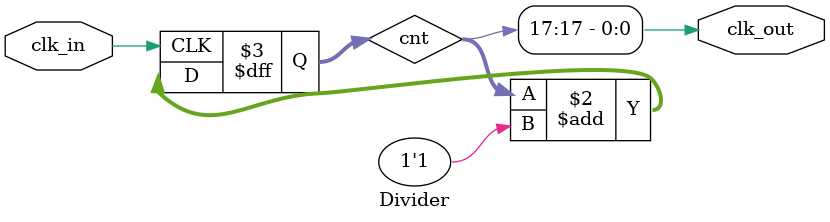
<source format=v>
module Divider
(
	input  clk_in,
	output clk_out
);

	reg	[17:0] cnt;
	
	always @(posedge clk_in)
		cnt <= cnt + 1'b1;
		
	assign clk_out = cnt[17];
	
endmodule

</source>
